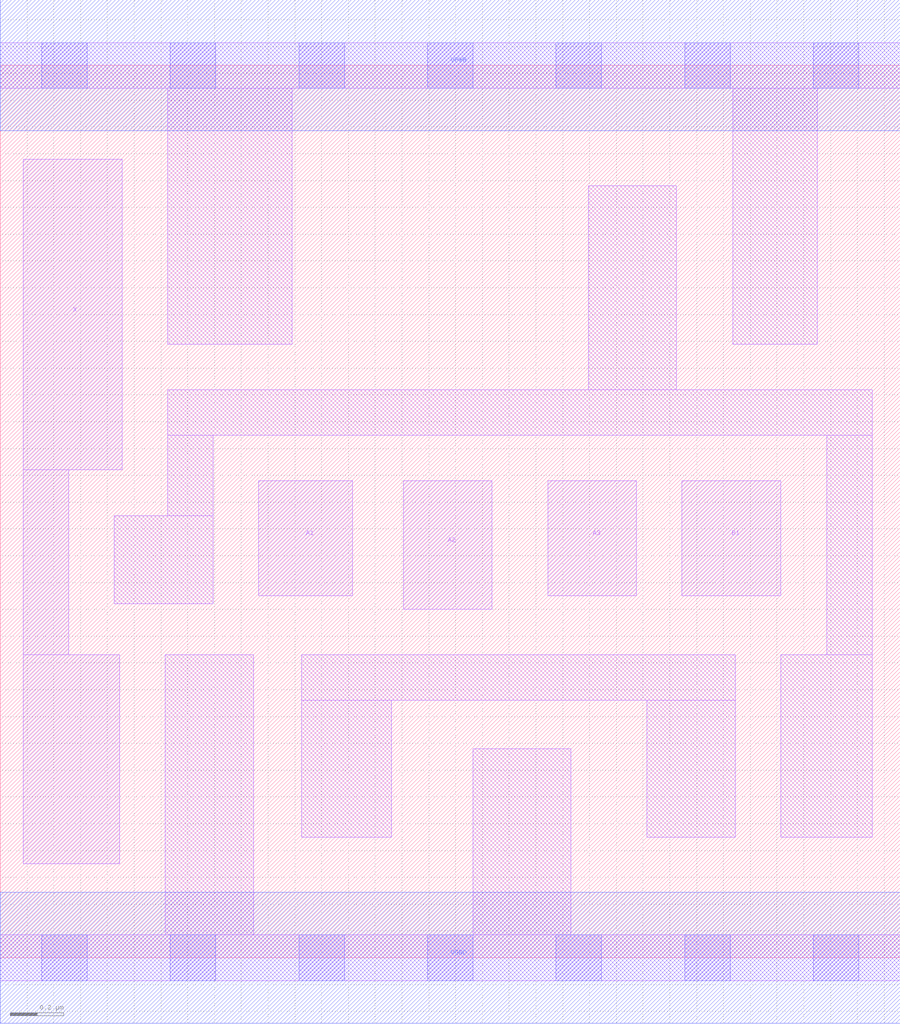
<source format=lef>
# Copyright 2020 The SkyWater PDK Authors
#
# Licensed under the Apache License, Version 2.0 (the "License");
# you may not use this file except in compliance with the License.
# You may obtain a copy of the License at
#
#     https://www.apache.org/licenses/LICENSE-2.0
#
# Unless required by applicable law or agreed to in writing, software
# distributed under the License is distributed on an "AS IS" BASIS,
# WITHOUT WARRANTIES OR CONDITIONS OF ANY KIND, either express or implied.
# See the License for the specific language governing permissions and
# limitations under the License.
#
# SPDX-License-Identifier: Apache-2.0

VERSION 5.7 ;
  NAMESCASESENSITIVE ON ;
  NOWIREEXTENSIONATPIN ON ;
  DIVIDERCHAR "/" ;
  BUSBITCHARS "[]" ;
UNITS
  DATABASE MICRONS 200 ;
END UNITS
MACRO sky130_fd_sc_ms__o31a_1
  CLASS CORE ;
  FOREIGN sky130_fd_sc_ms__o31a_1 ;
  ORIGIN  0.000000  0.000000 ;
  SIZE  3.360000 BY  3.330000 ;
  SYMMETRY X Y ;
  SITE unit ;
  PIN A1
    ANTENNAGATEAREA  0.276000 ;
    DIRECTION INPUT ;
    USE SIGNAL ;
    PORT
      LAYER li1 ;
        RECT 0.965000 1.350000 1.315000 1.780000 ;
    END
  END A1
  PIN A2
    ANTENNAGATEAREA  0.276000 ;
    DIRECTION INPUT ;
    USE SIGNAL ;
    PORT
      LAYER li1 ;
        RECT 1.505000 1.300000 1.835000 1.780000 ;
    END
  END A2
  PIN A3
    ANTENNAGATEAREA  0.276000 ;
    DIRECTION INPUT ;
    USE SIGNAL ;
    PORT
      LAYER li1 ;
        RECT 2.045000 1.350000 2.375000 1.780000 ;
    END
  END A3
  PIN B1
    ANTENNAGATEAREA  0.247200 ;
    DIRECTION INPUT ;
    USE SIGNAL ;
    PORT
      LAYER li1 ;
        RECT 2.545000 1.350000 2.915000 1.780000 ;
    END
  END B1
  PIN X
    ANTENNADIFFAREA  0.524500 ;
    DIRECTION OUTPUT ;
    USE SIGNAL ;
    PORT
      LAYER li1 ;
        RECT 0.085000 0.350000 0.445000 1.130000 ;
        RECT 0.085000 1.130000 0.255000 1.820000 ;
        RECT 0.085000 1.820000 0.455000 2.980000 ;
    END
  END X
  PIN VGND
    DIRECTION INOUT ;
    USE GROUND ;
    PORT
      LAYER met1 ;
        RECT 0.000000 -0.245000 3.360000 0.245000 ;
    END
  END VGND
  PIN VPWR
    DIRECTION INOUT ;
    USE POWER ;
    PORT
      LAYER met1 ;
        RECT 0.000000 3.085000 3.360000 3.575000 ;
    END
  END VPWR
  OBS
    LAYER li1 ;
      RECT 0.000000 -0.085000 3.360000 0.085000 ;
      RECT 0.000000  3.245000 3.360000 3.415000 ;
      RECT 0.425000  1.320000 0.795000 1.650000 ;
      RECT 0.615000  0.085000 0.945000 1.130000 ;
      RECT 0.625000  1.650000 0.795000 1.950000 ;
      RECT 0.625000  1.950000 3.255000 2.120000 ;
      RECT 0.625000  2.290000 1.090000 3.245000 ;
      RECT 1.125000  0.450000 1.460000 0.960000 ;
      RECT 1.125000  0.960000 2.745000 1.130000 ;
      RECT 1.765000  0.085000 2.130000 0.780000 ;
      RECT 2.195000  2.120000 2.525000 2.880000 ;
      RECT 2.415000  0.450000 2.745000 0.960000 ;
      RECT 2.735000  2.290000 3.050000 3.245000 ;
      RECT 2.915000  0.450000 3.255000 1.130000 ;
      RECT 3.085000  1.130000 3.255000 1.950000 ;
    LAYER mcon ;
      RECT 0.155000 -0.085000 0.325000 0.085000 ;
      RECT 0.155000  3.245000 0.325000 3.415000 ;
      RECT 0.635000 -0.085000 0.805000 0.085000 ;
      RECT 0.635000  3.245000 0.805000 3.415000 ;
      RECT 1.115000 -0.085000 1.285000 0.085000 ;
      RECT 1.115000  3.245000 1.285000 3.415000 ;
      RECT 1.595000 -0.085000 1.765000 0.085000 ;
      RECT 1.595000  3.245000 1.765000 3.415000 ;
      RECT 2.075000 -0.085000 2.245000 0.085000 ;
      RECT 2.075000  3.245000 2.245000 3.415000 ;
      RECT 2.555000 -0.085000 2.725000 0.085000 ;
      RECT 2.555000  3.245000 2.725000 3.415000 ;
      RECT 3.035000 -0.085000 3.205000 0.085000 ;
      RECT 3.035000  3.245000 3.205000 3.415000 ;
  END
END sky130_fd_sc_ms__o31a_1
END LIBRARY

</source>
